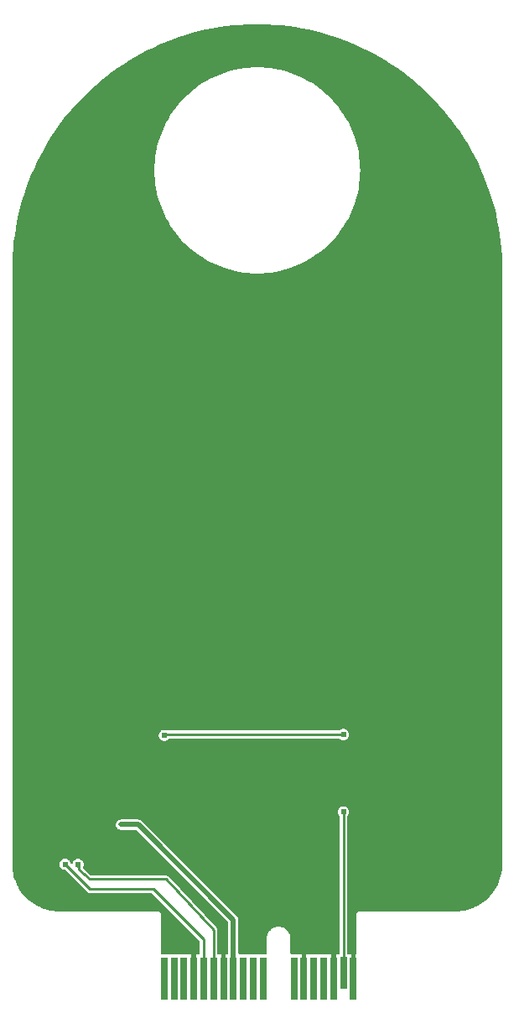
<source format=gtl>
G04 Layer: TopLayer*
G04 EasyEDA v6.5.20, 2023-01-09 08:49:07*
G04 a67cddfb3fce44daa9051d46cbbcc19f,10*
G04 Gerber Generator version 0.2*
G04 Scale: 100 percent, Rotated: No, Reflected: No *
G04 Dimensions in millimeters *
G04 leading zeros omitted , absolute positions ,4 integer and 5 decimal *
%FSLAX45Y45*%
%MOMM*%

%ADD10C,0.5000*%
%ADD11C,0.2540*%
%ADD12R,0.7000X4.3000*%
%ADD13R,0.7000X3.2000*%
%ADD14C,0.6096*%
%ADD15C,0.6100*%
%ADD16C,0.0194*%

%LPD*%
G36*
X1846173Y499973D02*
G01*
X1842312Y500786D01*
X1839010Y502970D01*
X1836826Y506272D01*
X1836013Y510133D01*
X1836013Y590956D01*
X1825447Y590956D01*
X1819148Y590245D01*
X1813255Y588213D01*
X1809902Y587603D01*
X1806549Y588213D01*
X1800656Y590245D01*
X1794306Y590956D01*
X1725472Y590956D01*
X1719122Y590245D01*
X1713230Y588213D01*
X1709877Y587603D01*
X1706524Y588213D01*
X1700631Y590245D01*
X1694332Y590956D01*
X1625447Y590956D01*
X1619148Y590245D01*
X1613255Y588213D01*
X1609902Y587603D01*
X1606550Y588213D01*
X1600657Y590245D01*
X1594307Y590956D01*
X1535379Y590956D01*
X1531467Y591718D01*
X1528216Y593953D01*
X1525981Y597204D01*
X1525219Y601116D01*
X1524812Y992784D01*
X1525676Y1000760D01*
X1524914Y1006652D01*
X1522780Y1012190D01*
X1519377Y1017016D01*
X1514703Y1021130D01*
X1511757Y1022908D01*
X1505864Y1025093D01*
X1499362Y1025906D01*
X500532Y1025906D01*
X469900Y1026871D01*
X440283Y1029716D01*
X410870Y1034389D01*
X381812Y1040892D01*
X353212Y1049223D01*
X325170Y1059332D01*
X297840Y1071168D01*
X271322Y1084732D01*
X245719Y1099921D01*
X221081Y1116634D01*
X197561Y1134922D01*
X175260Y1154633D01*
X154178Y1175715D01*
X134518Y1198067D01*
X116281Y1221587D01*
X99568Y1246225D01*
X84429Y1271879D01*
X70916Y1298448D01*
X59080Y1325778D01*
X49022Y1353820D01*
X40741Y1382420D01*
X34290Y1411478D01*
X29616Y1440891D01*
X26822Y1470558D01*
X25908Y1500530D01*
X25908Y7499603D01*
X26924Y7570165D01*
X29870Y7640116D01*
X34848Y7709966D01*
X41757Y7779613D01*
X50647Y7849057D01*
X61518Y7918246D01*
X74320Y7987080D01*
X89103Y8055559D01*
X105765Y8123529D01*
X124409Y8191042D01*
X144881Y8257997D01*
X167284Y8324342D01*
X191566Y8390026D01*
X217678Y8454999D01*
X245617Y8519210D01*
X275336Y8582558D01*
X306882Y8645093D01*
X340156Y8706713D01*
X375158Y8767368D01*
X411886Y8826957D01*
X450291Y8885529D01*
X490321Y8942984D01*
X531926Y8999270D01*
X575157Y9054388D01*
X619912Y9108236D01*
X666191Y9160764D01*
X713892Y9212021D01*
X763066Y9261856D01*
X813612Y9310319D01*
X865530Y9357309D01*
X918768Y9402826D01*
X973226Y9446818D01*
X1028953Y9489236D01*
X1085799Y9530080D01*
X1143812Y9569246D01*
X1202944Y9606838D01*
X1263091Y9642652D01*
X1324203Y9676841D01*
X1386281Y9709200D01*
X1449222Y9739833D01*
X1513078Y9768687D01*
X1577644Y9795713D01*
X1642973Y9820910D01*
X1709013Y9844227D01*
X1775663Y9865664D01*
X1842922Y9885222D01*
X1910638Y9902850D01*
X1978914Y9918547D01*
X2047544Y9932365D01*
X2116582Y9944150D01*
X2185873Y9954056D01*
X2255469Y9961930D01*
X2325217Y9967874D01*
X2395118Y9971836D01*
X2465120Y9973818D01*
X2535174Y9973818D01*
X2605125Y9971836D01*
X2675026Y9967874D01*
X2744825Y9961930D01*
X2814370Y9954006D01*
X2883712Y9944150D01*
X2952699Y9932314D01*
X3021380Y9918496D01*
X3089605Y9902799D01*
X3157372Y9885121D01*
X3224580Y9865563D01*
X3291230Y9844125D01*
X3357270Y9820808D01*
X3422599Y9795611D01*
X3487216Y9768586D01*
X3551021Y9739731D01*
X3613962Y9709099D01*
X3676040Y9676688D01*
X3737152Y9642551D01*
X3797300Y9606686D01*
X3856380Y9569094D01*
X3914394Y9529876D01*
X3971290Y9489033D01*
X4026966Y9446615D01*
X4081475Y9402622D01*
X4134662Y9357106D01*
X4186580Y9310116D01*
X4237126Y9261652D01*
X4286250Y9211818D01*
X4334002Y9160560D01*
X4380280Y9107982D01*
X4424984Y9054134D01*
X4468215Y8999067D01*
X4509871Y8942730D01*
X4549902Y8885275D01*
X4588256Y8826703D01*
X4624984Y8767114D01*
X4659985Y8706459D01*
X4693259Y8644839D01*
X4724755Y8582304D01*
X4754524Y8518956D01*
X4782464Y8454745D01*
X4808524Y8389772D01*
X4832807Y8324088D01*
X4855210Y8257743D01*
X4875682Y8190788D01*
X4894275Y8123275D01*
X4910937Y8055254D01*
X4925720Y7986826D01*
X4938522Y7917942D01*
X4949342Y7848803D01*
X4958232Y7779359D01*
X4965192Y7709662D01*
X4970119Y7639812D01*
X4973066Y7569860D01*
X4974082Y7499756D01*
X4974082Y1500530D01*
X4973116Y1469898D01*
X4970272Y1440281D01*
X4965598Y1410868D01*
X4959096Y1381810D01*
X4950764Y1353210D01*
X4940655Y1325168D01*
X4928819Y1297838D01*
X4915255Y1271320D01*
X4900066Y1245717D01*
X4883353Y1221079D01*
X4865065Y1197559D01*
X4845354Y1175258D01*
X4824272Y1154176D01*
X4801920Y1134516D01*
X4778400Y1116279D01*
X4753762Y1099566D01*
X4728108Y1084427D01*
X4701540Y1070914D01*
X4674209Y1059078D01*
X4646168Y1049020D01*
X4617567Y1040739D01*
X4588510Y1034287D01*
X4559096Y1029614D01*
X4529429Y1026820D01*
X4499457Y1025906D01*
X3530600Y1025906D01*
X3524097Y1025093D01*
X3518560Y1023010D01*
X3513582Y1019606D01*
X3510076Y1016253D01*
X3506774Y1011428D01*
X3504692Y1005890D01*
X3503929Y999693D01*
X3503929Y601116D01*
X3503168Y597255D01*
X3500983Y593953D01*
X3497681Y591769D01*
X3493719Y590956D01*
X3493719Y510133D01*
X3492957Y506272D01*
X3490772Y502970D01*
X3487470Y500786D01*
X3483559Y499973D01*
X3456178Y499973D01*
X3452317Y500786D01*
X3449015Y502970D01*
X3446830Y506272D01*
X3446018Y510133D01*
X3446018Y590956D01*
X3435451Y590956D01*
X3429152Y590245D01*
X3423259Y588213D01*
X3419906Y587654D01*
X3415334Y588619D01*
X3411778Y590753D01*
X3409340Y594156D01*
X3408527Y598220D01*
X3408578Y1985010D01*
X3409391Y1988870D01*
X3411575Y1992172D01*
X3413150Y1993798D01*
X3418789Y2001824D01*
X3422954Y2010714D01*
X3425494Y2020214D01*
X3426358Y2030018D01*
X3425494Y2039772D01*
X3422954Y2049272D01*
X3418789Y2058162D01*
X3413150Y2066239D01*
X3406190Y2073148D01*
X3398164Y2078786D01*
X3389274Y2082952D01*
X3379774Y2085492D01*
X3369970Y2086356D01*
X3360216Y2085492D01*
X3350717Y2082952D01*
X3341827Y2078786D01*
X3333750Y2073148D01*
X3326841Y2066239D01*
X3321202Y2058162D01*
X3317036Y2049272D01*
X3314496Y2039772D01*
X3313633Y2030018D01*
X3314496Y2020214D01*
X3317036Y2010714D01*
X3321202Y2001824D01*
X3326841Y1993798D01*
X3328415Y1992172D01*
X3330600Y1988921D01*
X3331362Y1985010D01*
X3331311Y598220D01*
X3330448Y594156D01*
X3328060Y590804D01*
X3323234Y588213D01*
X3319881Y587654D01*
X3316528Y588213D01*
X3310636Y590245D01*
X3304336Y590956D01*
X3293719Y590956D01*
X3293719Y510133D01*
X3292957Y506272D01*
X3290773Y502970D01*
X3287471Y500786D01*
X3283559Y499973D01*
X3256178Y499973D01*
X3252317Y500786D01*
X3249015Y502970D01*
X3246831Y506272D01*
X3246018Y510133D01*
X3246018Y590956D01*
X3235452Y590956D01*
X3229152Y590245D01*
X3223260Y588213D01*
X3219907Y587603D01*
X3216554Y588213D01*
X3210661Y590245D01*
X3204311Y590956D01*
X3135477Y590956D01*
X3129127Y590245D01*
X3123234Y588213D01*
X3119882Y587603D01*
X3116529Y588213D01*
X3110636Y590245D01*
X3104337Y590956D01*
X3035452Y590956D01*
X3029153Y590245D01*
X3023260Y588213D01*
X3019907Y587603D01*
X3016554Y588213D01*
X3010662Y590245D01*
X3004312Y590956D01*
X2993745Y590956D01*
X2993745Y510133D01*
X2992983Y506272D01*
X2990748Y502970D01*
X2987446Y500786D01*
X2983585Y499973D01*
X2956204Y499973D01*
X2952292Y500786D01*
X2948990Y502970D01*
X2946806Y506272D01*
X2946044Y510133D01*
X2946044Y590956D01*
X2935478Y590956D01*
X2929128Y590245D01*
X2923235Y588213D01*
X2919882Y587603D01*
X2916529Y588213D01*
X2910636Y590245D01*
X2904337Y590956D01*
X2845816Y590956D01*
X2841955Y591769D01*
X2838653Y593953D01*
X2836468Y597255D01*
X2835656Y601116D01*
X2835757Y753770D01*
X2834640Y766572D01*
X2834030Y770737D01*
X2831084Y783386D01*
X2829864Y787400D01*
X2825191Y799490D01*
X2823413Y803300D01*
X2817063Y814628D01*
X2814777Y818134D01*
X2806903Y828446D01*
X2804109Y831596D01*
X2794863Y840689D01*
X2791612Y843432D01*
X2781198Y851103D01*
X2777591Y853338D01*
X2766212Y859485D01*
X2762351Y861212D01*
X2750159Y865632D01*
X2746095Y866800D01*
X2733395Y869442D01*
X2729230Y870051D01*
X2716276Y870864D01*
X2712059Y870864D01*
X2699156Y869848D01*
X2694990Y869238D01*
X2682341Y866394D01*
X2678277Y865225D01*
X2666187Y860602D01*
X2662326Y858824D01*
X2650998Y852576D01*
X2647442Y850290D01*
X2637078Y842518D01*
X2633929Y839724D01*
X2624785Y830529D01*
X2621991Y827328D01*
X2614269Y816914D01*
X2611983Y813409D01*
X2605786Y801979D01*
X2604058Y798169D01*
X2599537Y786028D01*
X2598369Y781964D01*
X2595575Y769315D01*
X2595016Y765098D01*
X2593848Y749757D01*
X2593848Y601116D01*
X2593086Y597255D01*
X2590901Y593953D01*
X2587599Y591718D01*
X2583688Y590956D01*
X2525471Y590956D01*
X2519121Y590245D01*
X2513228Y588213D01*
X2509875Y587603D01*
X2506522Y588213D01*
X2500630Y590245D01*
X2494330Y590956D01*
X2425446Y590956D01*
X2419146Y590245D01*
X2413254Y588213D01*
X2409901Y587603D01*
X2406548Y588213D01*
X2400655Y590245D01*
X2394305Y590956D01*
X2325471Y590956D01*
X2322068Y590600D01*
X2317800Y591007D01*
X2314143Y593090D01*
X2311654Y596544D01*
X2310739Y600659D01*
X2310739Y939850D01*
X2310536Y944473D01*
X2309977Y948893D01*
X2309012Y953211D01*
X2307691Y957478D01*
X2305964Y961542D01*
X2303932Y965504D01*
X2301544Y969264D01*
X2298852Y972769D01*
X2295702Y976223D01*
X1336141Y1935784D01*
X1332687Y1938934D01*
X1329182Y1941626D01*
X1325422Y1944014D01*
X1321460Y1946046D01*
X1317396Y1947773D01*
X1313129Y1949094D01*
X1308811Y1950059D01*
X1304391Y1950618D01*
X1299768Y1950821D01*
X1265682Y1950821D01*
X1261364Y1951786D01*
X1258874Y1952955D01*
X1249375Y1955495D01*
X1239621Y1956358D01*
X1229817Y1955495D01*
X1220317Y1952955D01*
X1217828Y1951786D01*
X1213510Y1950821D01*
X1176070Y1950821D01*
X1171752Y1951786D01*
X1169263Y1952955D01*
X1159764Y1955495D01*
X1150010Y1956358D01*
X1140206Y1955495D01*
X1130706Y1952955D01*
X1128217Y1951786D01*
X1124813Y1950872D01*
X1114856Y1950008D01*
X1106322Y1947722D01*
X1098245Y1943963D01*
X1090980Y1938883D01*
X1084732Y1932635D01*
X1079652Y1925370D01*
X1075893Y1917293D01*
X1073607Y1908759D01*
X1072845Y1899920D01*
X1073607Y1891080D01*
X1075893Y1882546D01*
X1079652Y1874469D01*
X1084732Y1867204D01*
X1090980Y1860956D01*
X1098245Y1855876D01*
X1106322Y1852117D01*
X1114856Y1849831D01*
X1124559Y1848967D01*
X1127404Y1848307D01*
X1130401Y1847138D01*
X1140206Y1844497D01*
X1150010Y1843633D01*
X1159764Y1844497D01*
X1169263Y1847037D01*
X1171448Y1848053D01*
X1175715Y1849018D01*
X1213866Y1849018D01*
X1218133Y1848053D01*
X1220317Y1847037D01*
X1229817Y1844497D01*
X1239621Y1843633D01*
X1249375Y1844497D01*
X1258874Y1847037D01*
X1261059Y1848053D01*
X1265326Y1849018D01*
X1274673Y1849018D01*
X1278585Y1848256D01*
X1281836Y1846021D01*
X2205939Y921918D01*
X2208174Y918667D01*
X2208936Y914755D01*
X2208936Y600710D01*
X2208022Y596544D01*
X2205532Y593090D01*
X2201875Y591007D01*
X2197608Y590600D01*
X2194306Y590956D01*
X2183739Y590956D01*
X2183739Y510133D01*
X2182977Y506272D01*
X2180742Y502970D01*
X2177491Y500786D01*
X2173579Y499973D01*
X2146198Y499973D01*
X2142286Y500786D01*
X2139035Y502970D01*
X2136800Y506272D01*
X2136038Y510133D01*
X2136038Y590956D01*
X2125472Y590956D01*
X2119122Y590245D01*
X2113229Y588213D01*
X2109876Y587603D01*
X2105355Y588619D01*
X2101799Y590753D01*
X2099411Y594106D01*
X2098548Y598170D01*
X2098548Y834491D01*
X2097989Y841197D01*
X2096007Y848563D01*
X2092655Y855319D01*
X2087727Y861720D01*
X1603197Y1376426D01*
X1596491Y1382064D01*
X1589786Y1385620D01*
X1582572Y1387805D01*
X1574546Y1388618D01*
X825296Y1388618D01*
X821740Y1389278D01*
X818591Y1391158D01*
X741324Y1458874D01*
X738733Y1462379D01*
X737819Y1466646D01*
X738784Y1470863D01*
X743458Y1480718D01*
X745998Y1490218D01*
X746861Y1499971D01*
X745998Y1509776D01*
X743458Y1519275D01*
X739292Y1528165D01*
X733653Y1536242D01*
X726744Y1543151D01*
X718667Y1548790D01*
X709777Y1552956D01*
X700278Y1555496D01*
X690524Y1556359D01*
X680720Y1555496D01*
X671220Y1552956D01*
X662330Y1548790D01*
X654253Y1543151D01*
X647344Y1536242D01*
X641705Y1528165D01*
X637540Y1519275D01*
X635050Y1509979D01*
X633018Y1506067D01*
X629564Y1503426D01*
X625246Y1502460D01*
X620979Y1503426D01*
X617474Y1506067D01*
X615442Y1509979D01*
X612952Y1519275D01*
X608787Y1528165D01*
X603148Y1536242D01*
X596239Y1543151D01*
X588162Y1548790D01*
X579272Y1552956D01*
X569772Y1555496D01*
X560019Y1556359D01*
X550214Y1555496D01*
X540715Y1552956D01*
X531825Y1548790D01*
X523798Y1543151D01*
X516839Y1536242D01*
X511200Y1528165D01*
X507034Y1519275D01*
X504494Y1509776D01*
X503631Y1499971D01*
X504494Y1490218D01*
X507034Y1480718D01*
X511200Y1471828D01*
X516839Y1463751D01*
X523798Y1456842D01*
X531825Y1451203D01*
X540715Y1447038D01*
X550214Y1444498D01*
X558241Y1443786D01*
X561644Y1442872D01*
X564540Y1440840D01*
X782320Y1223060D01*
X788568Y1217930D01*
X795223Y1214374D01*
X802487Y1212189D01*
X810514Y1211376D01*
X1429816Y1211376D01*
X1433677Y1210614D01*
X1436979Y1208430D01*
X1918309Y727100D01*
X1920493Y723798D01*
X1921306Y719886D01*
X1921306Y598220D01*
X1920443Y594156D01*
X1918055Y590753D01*
X1913229Y588213D01*
X1909876Y587603D01*
X1906524Y588213D01*
X1900631Y590245D01*
X1894332Y590956D01*
X1883714Y590956D01*
X1883714Y510133D01*
X1882952Y506272D01*
X1880768Y502970D01*
X1877466Y500786D01*
X1873554Y499973D01*
G37*

%LPC*%
G36*
X2500020Y7461402D02*
G01*
X2545283Y7462367D01*
X2590495Y7465314D01*
X2635554Y7470241D01*
X2680360Y7477150D01*
X2724810Y7485989D01*
X2768803Y7496759D01*
X2812288Y7509459D01*
X2855214Y7524038D01*
X2897428Y7540447D01*
X2938932Y7558684D01*
X2979572Y7578750D01*
X3019298Y7600543D01*
X3058058Y7624013D01*
X3095701Y7649209D01*
X3132277Y7675981D01*
X3167583Y7704378D01*
X3201670Y7734249D01*
X3234385Y7765592D01*
X3265728Y7798308D01*
X3295599Y7832394D01*
X3323996Y7867700D01*
X3350768Y7904276D01*
X3375964Y7941919D01*
X3399434Y7980680D01*
X3421227Y8020405D01*
X3441293Y8061045D01*
X3459530Y8102549D01*
X3475939Y8144764D01*
X3490518Y8187690D01*
X3503218Y8231174D01*
X3513988Y8275167D01*
X3522827Y8319617D01*
X3529736Y8364423D01*
X3534664Y8409482D01*
X3537610Y8454694D01*
X3538575Y8499957D01*
X3537610Y8545271D01*
X3534664Y8590483D01*
X3529736Y8635542D01*
X3522827Y8680348D01*
X3513988Y8724798D01*
X3503218Y8768791D01*
X3490518Y8812276D01*
X3475939Y8855202D01*
X3459530Y8897416D01*
X3441293Y8938920D01*
X3421227Y8979560D01*
X3399434Y9019286D01*
X3375964Y9058046D01*
X3350768Y9095689D01*
X3323996Y9132265D01*
X3295599Y9167571D01*
X3265728Y9201658D01*
X3234385Y9234373D01*
X3201670Y9265716D01*
X3167583Y9295587D01*
X3132277Y9323984D01*
X3095701Y9350756D01*
X3058058Y9375952D01*
X3019298Y9399422D01*
X2979572Y9421215D01*
X2938932Y9441281D01*
X2897428Y9459518D01*
X2855214Y9475927D01*
X2812288Y9490506D01*
X2768803Y9503206D01*
X2724810Y9513976D01*
X2680360Y9522815D01*
X2635554Y9529724D01*
X2590495Y9534652D01*
X2545283Y9537598D01*
X2500020Y9538563D01*
X2454706Y9537598D01*
X2409494Y9534652D01*
X2364435Y9529724D01*
X2319629Y9522815D01*
X2275179Y9513976D01*
X2231186Y9503206D01*
X2187702Y9490506D01*
X2144776Y9475927D01*
X2102561Y9459518D01*
X2061057Y9441281D01*
X2020417Y9421215D01*
X1980692Y9399422D01*
X1941931Y9375952D01*
X1904288Y9350756D01*
X1867712Y9323984D01*
X1832406Y9295587D01*
X1798320Y9265716D01*
X1765604Y9234373D01*
X1734261Y9201658D01*
X1704390Y9167571D01*
X1675993Y9132265D01*
X1649222Y9095689D01*
X1624025Y9058046D01*
X1600555Y9019286D01*
X1578762Y8979560D01*
X1558696Y8938920D01*
X1540459Y8897416D01*
X1524050Y8855202D01*
X1509471Y8812276D01*
X1496771Y8768791D01*
X1486001Y8724798D01*
X1477162Y8680348D01*
X1470253Y8635542D01*
X1465326Y8590483D01*
X1462379Y8545271D01*
X1461414Y8499957D01*
X1462379Y8454694D01*
X1465326Y8409482D01*
X1470253Y8364423D01*
X1477162Y8319617D01*
X1486001Y8275167D01*
X1496771Y8231174D01*
X1509471Y8187690D01*
X1524050Y8144764D01*
X1540459Y8102549D01*
X1558696Y8061045D01*
X1578762Y8020405D01*
X1600555Y7980680D01*
X1624025Y7941919D01*
X1649222Y7904276D01*
X1675993Y7867700D01*
X1704390Y7832394D01*
X1734261Y7798308D01*
X1765604Y7765592D01*
X1798320Y7734249D01*
X1832406Y7704378D01*
X1867712Y7675981D01*
X1904288Y7649209D01*
X1941931Y7624013D01*
X1980692Y7600543D01*
X2020417Y7578750D01*
X2061057Y7558684D01*
X2102561Y7540447D01*
X2144776Y7524038D01*
X2187702Y7509459D01*
X2231186Y7496759D01*
X2275179Y7485989D01*
X2319629Y7477150D01*
X2364435Y7470241D01*
X2409494Y7465314D01*
X2454706Y7462367D01*
G37*
G36*
X1559915Y2743657D02*
G01*
X1569669Y2744520D01*
X1579168Y2747060D01*
X1588058Y2751175D01*
X1596136Y2756814D01*
X1603044Y2763774D01*
X1605381Y2767076D01*
X1607616Y2769362D01*
X1610461Y2770886D01*
X1613662Y2771394D01*
X3325012Y2771394D01*
X3328873Y2770632D01*
X3332175Y2768396D01*
X3333750Y2766822D01*
X3341827Y2761183D01*
X3350717Y2757068D01*
X3360216Y2754528D01*
X3369970Y2753664D01*
X3379774Y2754528D01*
X3389274Y2757068D01*
X3398164Y2761183D01*
X3406241Y2766822D01*
X3413150Y2773781D01*
X3418789Y2781808D01*
X3422954Y2790748D01*
X3425494Y2800197D01*
X3426358Y2810002D01*
X3425494Y2819806D01*
X3422954Y2829255D01*
X3418789Y2838196D01*
X3413150Y2846222D01*
X3406241Y2853182D01*
X3398164Y2858820D01*
X3389274Y2862935D01*
X3379774Y2865475D01*
X3369970Y2866339D01*
X3360216Y2865475D01*
X3350717Y2862935D01*
X3341827Y2858820D01*
X3333750Y2853182D01*
X3332175Y2851607D01*
X3328873Y2849372D01*
X3325012Y2848610D01*
X1590700Y2848610D01*
X1586433Y2849575D01*
X1579168Y2852928D01*
X1569669Y2855468D01*
X1559915Y2856331D01*
X1550111Y2855468D01*
X1540611Y2852928D01*
X1531721Y2848813D01*
X1523644Y2843174D01*
X1516735Y2836214D01*
X1511096Y2828188D01*
X1506931Y2819247D01*
X1504391Y2809798D01*
X1503527Y2799994D01*
X1504391Y2790190D01*
X1506931Y2780741D01*
X1511096Y2771800D01*
X1516735Y2763774D01*
X1523644Y2756814D01*
X1531721Y2751175D01*
X1540611Y2747060D01*
X1550111Y2744520D01*
G37*

%LPD*%
D10*
X1123695Y1899920D02*
G01*
X1299971Y1899920D01*
X2259838Y940054D01*
X2259838Y350012D01*
D11*
X3369993Y2029995D02*
G01*
X3369891Y403860D01*
X1559892Y2799996D02*
G01*
X1569897Y2810002D01*
X3369995Y2810002D01*
X690626Y1499870D02*
G01*
X693928Y1449070D01*
X806957Y1350010D01*
X1575054Y1350010D01*
X2059940Y834897D01*
X2059940Y350012D01*
X1449994Y1249994D02*
G01*
X809995Y1249994D01*
X559993Y1499996D01*
X1959889Y350062D02*
G01*
X1959889Y740105D01*
X1449997Y1249997D01*
D12*
G01*
X3469893Y350062D03*
D13*
G01*
X3369894Y405079D03*
D12*
G01*
X3269894Y350062D03*
G01*
X3169894Y350062D03*
G01*
X3069894Y350062D03*
G01*
X2969895Y350062D03*
G01*
X2869895Y350062D03*
G01*
X2559888Y350062D03*
G01*
X2459888Y350062D03*
G01*
X2359888Y350062D03*
G01*
X2259888Y350062D03*
G01*
X2159888Y350062D03*
G01*
X2059889Y350062D03*
G01*
X1959889Y350062D03*
G01*
X1859889Y350062D03*
G01*
X1759889Y350062D03*
G01*
X1659889Y350062D03*
G01*
X1559890Y350062D03*
D14*
G01*
X559998Y1499996D03*
G01*
X690498Y1499996D03*
G01*
X1149997Y1899996D03*
G01*
X1559890Y2799994D03*
G01*
X3369995Y2810002D03*
G01*
X3369993Y2029995D03*
G01*
X1239598Y1899996D03*
G01*
X3174994Y699998D03*
G01*
X3174994Y874996D03*
D15*
G01*
X107205Y7392522D03*
G01*
X107205Y6892523D03*
G01*
X107205Y6392524D03*
G01*
X107205Y5892525D03*
G01*
X107205Y5392526D03*
G01*
X107205Y4892527D03*
G01*
X107205Y4392528D03*
G01*
X107205Y3892529D03*
G01*
X107205Y3392530D03*
G01*
X107205Y2892531D03*
G01*
X107205Y2392532D03*
G01*
X107205Y1892533D03*
G01*
X107205Y1392534D03*
G01*
X607204Y8892519D03*
G01*
X607204Y8392520D03*
G01*
X607204Y7892521D03*
G01*
X607204Y7392522D03*
G01*
X607204Y5392526D03*
G01*
X607204Y3392530D03*
G01*
X607204Y2892531D03*
G01*
X1107203Y9392518D03*
G01*
X1107203Y8892519D03*
G01*
X1107203Y8392520D03*
G01*
X1107203Y7892521D03*
G01*
X1107203Y7392522D03*
G01*
X1107203Y5392526D03*
G01*
X1107203Y3392530D03*
G01*
X1107203Y2892531D03*
G01*
X1107203Y2392532D03*
G01*
X1607202Y9392518D03*
G01*
X1607202Y7392522D03*
G01*
X1607202Y5392526D03*
G01*
X1607202Y3392530D03*
G01*
X2107201Y7392522D03*
G01*
X2107201Y5392526D03*
G01*
X2107201Y3392530D03*
G01*
X2107201Y2892531D03*
G01*
X2107201Y2392532D03*
G01*
X2607200Y9892517D03*
G01*
X2607200Y7392522D03*
G01*
X2607200Y5392526D03*
G01*
X2607200Y3392530D03*
G01*
X2607200Y2892531D03*
G01*
X2607200Y2392532D03*
G01*
X2607200Y892535D03*
G01*
X3107199Y7392522D03*
G01*
X3107199Y5392526D03*
G01*
X3107199Y3392530D03*
G01*
X3107199Y2892531D03*
G01*
X3107199Y2392532D03*
G01*
X3607198Y9392518D03*
G01*
X3607198Y8892519D03*
G01*
X3607198Y8392520D03*
G01*
X3607198Y7892521D03*
G01*
X3607198Y7392522D03*
G01*
X3607198Y5392526D03*
G01*
X3607198Y3392530D03*
G01*
X3607198Y2892531D03*
G01*
X3607198Y2392532D03*
G01*
X3607198Y1892533D03*
G01*
X3607198Y1392534D03*
G01*
X4107197Y8892519D03*
G01*
X4107197Y8392520D03*
G01*
X4107197Y7892521D03*
G01*
X4107197Y7392522D03*
G01*
X4107197Y5392526D03*
G01*
X4107197Y3392530D03*
G01*
X4107197Y2892531D03*
G01*
X4107197Y2392532D03*
G01*
X4107197Y1892533D03*
G01*
X4107197Y1392534D03*
G01*
X4607196Y8392520D03*
G01*
X4607196Y7892521D03*
G01*
X4607196Y7392522D03*
G01*
X4607196Y6892523D03*
G01*
X4607196Y6392524D03*
G01*
X4607196Y5892525D03*
G01*
X4607196Y5392526D03*
G01*
X4607196Y4892527D03*
G01*
X4607196Y4392528D03*
G01*
X4607196Y3892529D03*
G01*
X4607196Y3392530D03*
G01*
X4607196Y2892531D03*
G01*
X4607196Y2392532D03*
G01*
X4607196Y1892533D03*
G01*
X4607196Y1392534D03*
M02*

</source>
